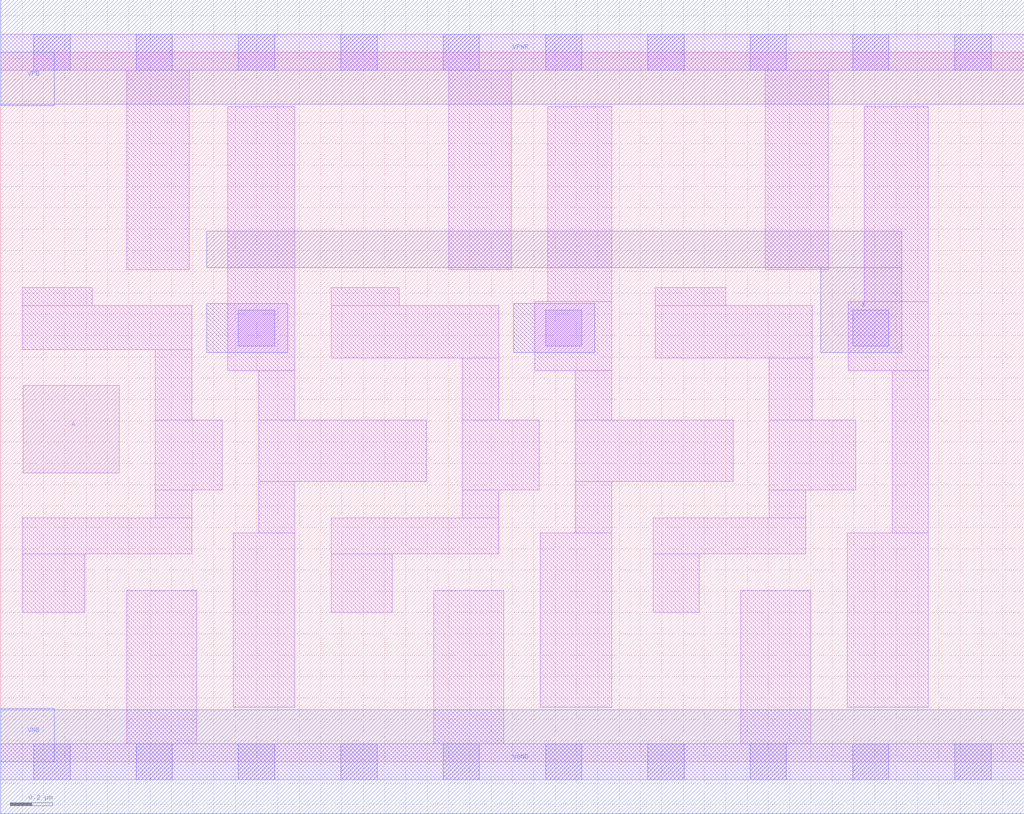
<source format=lef>
# Copyright 2020 The SkyWater PDK Authors
#
# Licensed under the Apache License, Version 2.0 (the "License");
# you may not use this file except in compliance with the License.
# You may obtain a copy of the License at
#
#     https://www.apache.org/licenses/LICENSE-2.0
#
# Unless required by applicable law or agreed to in writing, software
# distributed under the License is distributed on an "AS IS" BASIS,
# WITHOUT WARRANTIES OR CONDITIONS OF ANY KIND, either express or implied.
# See the License for the specific language governing permissions and
# limitations under the License.
#
# SPDX-License-Identifier: Apache-2.0

VERSION 5.5 ;
NAMESCASESENSITIVE ON ;
BUSBITCHARS "[]" ;
DIVIDERCHAR "/" ;
MACRO sky130_fd_sc_ms__dlymetal6s6s_1
  CLASS CORE ;
  SOURCE USER ;
  ORIGIN  0.000000  0.000000 ;
  SIZE  4.800000 BY  3.330000 ;
  SYMMETRY X Y ;
  SITE unit ;
  PIN A
    ANTENNAGATEAREA  0.126000 ;
    DIRECTION INPUT ;
    USE SIGNAL ;
    PORT
      LAYER li1 ;
        RECT 0.105000 1.355000 0.555000 1.765000 ;
    END
  END A
  PIN X
    ANTENNADIFFAREA  0.504100 ;
    ANTENNAPARTIALMETALSIDEAREA  0.290500 ;
    DIRECTION OUTPUT ;
    USE SIGNAL ;
    PORT
      LAYER met1 ;
        RECT 0.965000 2.320000 4.225000 2.490000 ;
        RECT 3.845000 1.920000 4.225000 2.320000 ;
    END
  END X
  PIN VGND
    DIRECTION INOUT ;
    USE GROUND ;
    PORT
      LAYER met1 ;
        RECT 0.000000 -0.245000 4.800000 0.245000 ;
    END
  END VGND
  PIN VNB
    DIRECTION INOUT ;
    USE GROUND ;
    PORT
      LAYER met1 ;
        RECT 0.000000 0.000000 0.250000 0.250000 ;
    END
  END VNB
  PIN VPB
    DIRECTION INOUT ;
    USE POWER ;
    PORT
      LAYER met1 ;
        RECT 0.000000 3.080000 0.250000 3.330000 ;
    END
  END VPB
  PIN VPWR
    DIRECTION INOUT ;
    USE POWER ;
    PORT
      LAYER met1 ;
        RECT 0.000000 3.085000 4.800000 3.575000 ;
    END
  END VPWR
  OBS
    LAYER li1 ;
      RECT 0.000000 -0.085000 4.800000 0.085000 ;
      RECT 0.000000  3.245000 4.800000 3.415000 ;
      RECT 0.100000  0.700000 0.395000 0.975000 ;
      RECT 0.100000  0.975000 0.895000 1.145000 ;
      RECT 0.100000  1.935000 0.895000 2.140000 ;
      RECT 0.100000  2.140000 0.430000 2.225000 ;
      RECT 0.590000  0.085000 0.920000 0.805000 ;
      RECT 0.590000  2.310000 0.885000 3.245000 ;
      RECT 0.725000  1.145000 0.895000 1.275000 ;
      RECT 0.725000  1.275000 1.040000 1.605000 ;
      RECT 0.725000  1.605000 0.895000 1.935000 ;
      RECT 1.065000  1.835000 1.380000 3.075000 ;
      RECT 1.090000  0.255000 1.380000 1.075000 ;
      RECT 1.210000  1.075000 1.380000 1.315000 ;
      RECT 1.210000  1.315000 1.995000 1.605000 ;
      RECT 1.210000  1.605000 1.380000 1.835000 ;
      RECT 1.550000  0.700000 1.835000 0.975000 ;
      RECT 1.550000  0.975000 2.335000 1.145000 ;
      RECT 1.550000  1.895000 2.335000 2.140000 ;
      RECT 1.550000  2.140000 1.870000 2.225000 ;
      RECT 2.030000  0.085000 2.360000 0.805000 ;
      RECT 2.100000  2.310000 2.395000 3.245000 ;
      RECT 2.165000  1.145000 2.335000 1.275000 ;
      RECT 2.165000  1.275000 2.525000 1.605000 ;
      RECT 2.165000  1.605000 2.335000 1.895000 ;
      RECT 2.505000  1.835000 2.865000 2.160000 ;
      RECT 2.530000  0.255000 2.865000 1.075000 ;
      RECT 2.565000  2.160000 2.865000 3.075000 ;
      RECT 2.695000  1.075000 2.865000 1.315000 ;
      RECT 2.695000  1.315000 3.435000 1.605000 ;
      RECT 2.695000  1.605000 2.865000 1.835000 ;
      RECT 3.060000  0.700000 3.275000 0.975000 ;
      RECT 3.060000  0.975000 3.775000 1.145000 ;
      RECT 3.070000  1.895000 3.805000 2.140000 ;
      RECT 3.070000  2.140000 3.400000 2.225000 ;
      RECT 3.470000  0.085000 3.800000 0.805000 ;
      RECT 3.585000  2.310000 3.880000 3.245000 ;
      RECT 3.605000  1.145000 3.775000 1.275000 ;
      RECT 3.605000  1.275000 4.010000 1.605000 ;
      RECT 3.605000  1.605000 3.805000 1.895000 ;
      RECT 3.970000  0.255000 4.350000 1.075000 ;
      RECT 3.975000  1.835000 4.350000 2.160000 ;
      RECT 4.050000  2.160000 4.350000 3.075000 ;
      RECT 4.180000  1.075000 4.350000 1.835000 ;
    LAYER mcon ;
      RECT 0.155000 -0.085000 0.325000 0.085000 ;
      RECT 0.155000  3.245000 0.325000 3.415000 ;
      RECT 0.635000 -0.085000 0.805000 0.085000 ;
      RECT 0.635000  3.245000 0.805000 3.415000 ;
      RECT 1.115000 -0.085000 1.285000 0.085000 ;
      RECT 1.115000  1.950000 1.285000 2.120000 ;
      RECT 1.115000  3.245000 1.285000 3.415000 ;
      RECT 1.595000 -0.085000 1.765000 0.085000 ;
      RECT 1.595000  3.245000 1.765000 3.415000 ;
      RECT 2.075000 -0.085000 2.245000 0.085000 ;
      RECT 2.075000  3.245000 2.245000 3.415000 ;
      RECT 2.555000 -0.085000 2.725000 0.085000 ;
      RECT 2.555000  1.950000 2.725000 2.120000 ;
      RECT 2.555000  3.245000 2.725000 3.415000 ;
      RECT 3.035000 -0.085000 3.205000 0.085000 ;
      RECT 3.035000  3.245000 3.205000 3.415000 ;
      RECT 3.515000 -0.085000 3.685000 0.085000 ;
      RECT 3.515000  3.245000 3.685000 3.415000 ;
      RECT 3.995000 -0.085000 4.165000 0.085000 ;
      RECT 3.995000  1.950000 4.165000 2.120000 ;
      RECT 3.995000  3.245000 4.165000 3.415000 ;
      RECT 4.475000 -0.085000 4.645000 0.085000 ;
      RECT 4.475000  3.245000 4.645000 3.415000 ;
    LAYER met1 ;
      RECT 0.965000 1.920000 1.345000 2.150000 ;
      RECT 2.405000 1.920000 2.785000 2.150000 ;
  END
END sky130_fd_sc_ms__dlymetal6s6s_1

</source>
